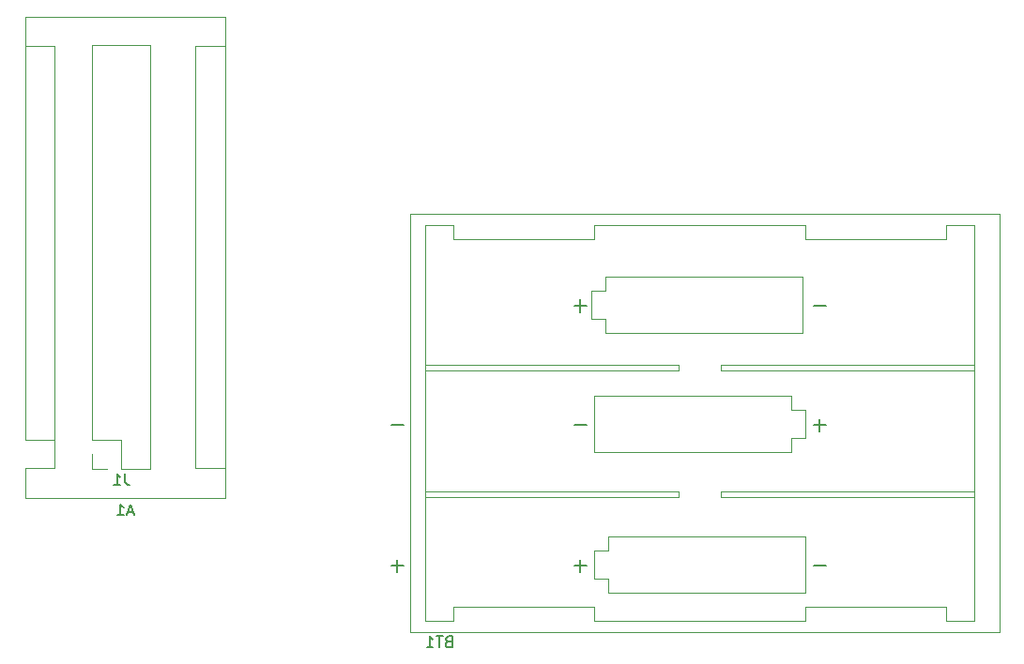
<source format=gbr>
G04 #@! TF.FileFunction,Legend,Bot*
%FSLAX46Y46*%
G04 Gerber Fmt 4.6, Leading zero omitted, Abs format (unit mm)*
G04 Created by KiCad (PCBNEW 4.0.7) date 06/04/18 21:42:21*
%MOMM*%
%LPD*%
G01*
G04 APERTURE LIST*
%ADD10C,0.100000*%
%ADD11C,0.120000*%
%ADD12C,0.150000*%
G04 APERTURE END LIST*
D10*
D11*
X63270000Y-68730000D02*
X63270000Y-71270000D01*
X63270000Y-71270000D02*
X60600000Y-71270000D01*
X60600000Y-68730000D02*
X60600000Y-30500000D01*
X60600000Y-73940000D02*
X60600000Y-71270000D01*
X75970000Y-71270000D02*
X78640000Y-71270000D01*
X75970000Y-71270000D02*
X75970000Y-33170000D01*
X75970000Y-33170000D02*
X78640000Y-33170000D01*
X63270000Y-68730000D02*
X60600000Y-68730000D01*
X63270000Y-68730000D02*
X63270000Y-33170000D01*
X63270000Y-33170000D02*
X60600000Y-33170000D01*
X60600000Y-30500000D02*
X78640000Y-30500000D01*
X78640000Y-30500000D02*
X78640000Y-73940000D01*
X78640000Y-73940000D02*
X60600000Y-73940000D01*
X148500000Y-48350000D02*
X148500000Y-86050000D01*
X95300000Y-48350000D02*
X148500000Y-48350000D01*
X95300000Y-86050000D02*
X95300000Y-48350000D01*
X148500000Y-86050000D02*
X95300000Y-86050000D01*
X123400000Y-61966000D02*
X146260000Y-61966000D01*
X123400000Y-62474000D02*
X123400000Y-61966000D01*
X146260000Y-62474000D02*
X123400000Y-62474000D01*
X119590000Y-61966000D02*
X96730000Y-61966000D01*
X119590000Y-62474000D02*
X119590000Y-61966000D01*
X96730000Y-62474000D02*
X119590000Y-62474000D01*
X130766000Y-59045000D02*
X130766000Y-57775000D01*
X112986000Y-59045000D02*
X130766000Y-59045000D01*
X112986000Y-57775000D02*
X112986000Y-59045000D01*
X111716000Y-57775000D02*
X112986000Y-57775000D01*
X111716000Y-55235000D02*
X111716000Y-57775000D01*
X112986000Y-55235000D02*
X111716000Y-55235000D01*
X112986000Y-53965000D02*
X112986000Y-55235000D01*
X130766000Y-53965000D02*
X112986000Y-53965000D01*
X130766000Y-57775000D02*
X130766000Y-53965000D01*
X130766000Y-57775000D02*
X130766000Y-53965000D01*
X130766000Y-53965000D02*
X112986000Y-53965000D01*
X112986000Y-53965000D02*
X112986000Y-55235000D01*
X112986000Y-55235000D02*
X111716000Y-55235000D01*
X111716000Y-55235000D02*
X111716000Y-57775000D01*
X111716000Y-57775000D02*
X112986000Y-57775000D01*
X112986000Y-57775000D02*
X112986000Y-59045000D01*
X112986000Y-59045000D02*
X130766000Y-59045000D01*
X130766000Y-59045000D02*
X130766000Y-57775000D01*
X131020000Y-82540000D02*
X131020000Y-81270000D01*
X113240000Y-82540000D02*
X131020000Y-82540000D01*
X113240000Y-81270000D02*
X113240000Y-82540000D01*
X111970000Y-81270000D02*
X113240000Y-81270000D01*
X111970000Y-78730000D02*
X111970000Y-81270000D01*
X113240000Y-78730000D02*
X111970000Y-78730000D01*
X113240000Y-77460000D02*
X113240000Y-78730000D01*
X131020000Y-77460000D02*
X113240000Y-77460000D01*
X131020000Y-81270000D02*
X131020000Y-77460000D01*
X96730000Y-62220000D02*
X96730000Y-49329500D01*
X146260000Y-62220000D02*
X146260000Y-49320000D01*
X111970000Y-64760000D02*
X111970000Y-69840000D01*
X111970000Y-69840000D02*
X129750000Y-69840000D01*
X129750000Y-69840000D02*
X129750000Y-68570000D01*
X129750000Y-68570000D02*
X131020000Y-68570000D01*
X131020000Y-68570000D02*
X131020000Y-66030000D01*
X131020000Y-66030000D02*
X129750000Y-66030000D01*
X129750000Y-66030000D02*
X129750000Y-64760000D01*
X129750000Y-64760000D02*
X111970000Y-64760000D01*
X131020000Y-81270000D02*
X131020000Y-77460000D01*
X131020000Y-77460000D02*
X113240000Y-77460000D01*
X113240000Y-77460000D02*
X113240000Y-78730000D01*
X113240000Y-78730000D02*
X111970000Y-78730000D01*
X111970000Y-78730000D02*
X111970000Y-81270000D01*
X111970000Y-81270000D02*
X113240000Y-81270000D01*
X113240000Y-81270000D02*
X113240000Y-82540000D01*
X113240000Y-82540000D02*
X131020000Y-82540000D01*
X131020000Y-82540000D02*
X131020000Y-81270000D01*
X96730000Y-73904000D02*
X119590000Y-73904000D01*
X119590000Y-73904000D02*
X119590000Y-73396000D01*
X119590000Y-73396000D02*
X96730000Y-73396000D01*
X146260000Y-73904000D02*
X123400000Y-73904000D01*
X123400000Y-73904000D02*
X123400000Y-73396000D01*
X123400000Y-73396000D02*
X146260000Y-73396000D01*
X111970000Y-50590000D02*
X111970000Y-49320000D01*
X111970000Y-49320000D02*
X131020000Y-49320000D01*
X131020000Y-49320000D02*
X131020000Y-50590000D01*
X143720000Y-83810000D02*
X131020000Y-83810000D01*
X131020000Y-83810000D02*
X131020000Y-85080000D01*
X131020000Y-85080000D02*
X111970000Y-85080000D01*
X111970000Y-85080000D02*
X111970000Y-83810000D01*
X143720000Y-50590000D02*
X131020000Y-50590000D01*
X99270000Y-83810000D02*
X111970000Y-83810000D01*
X99270000Y-83810000D02*
X99270000Y-85080000D01*
X99270000Y-85080000D02*
X96730000Y-85080000D01*
X96730000Y-85080000D02*
X96730000Y-62220000D01*
X96730000Y-49329500D02*
X99270000Y-49329500D01*
X99270000Y-49329500D02*
X99270000Y-50590000D01*
X99270000Y-50590000D02*
X111970000Y-50590000D01*
X146260000Y-85080000D02*
X143720000Y-85080000D01*
X143720000Y-85080000D02*
X143720000Y-83810000D01*
X146260000Y-85080000D02*
X146260000Y-62220000D01*
X146260000Y-49320000D02*
X143720000Y-49320000D01*
X143720000Y-49320000D02*
X143720000Y-50590000D01*
X66670000Y-33110000D02*
X71870000Y-33110000D01*
X66670000Y-68730000D02*
X66670000Y-33110000D01*
X71870000Y-71330000D02*
X71870000Y-33110000D01*
X66670000Y-68730000D02*
X69270000Y-68730000D01*
X69270000Y-68730000D02*
X69270000Y-71330000D01*
X69270000Y-71330000D02*
X71870000Y-71330000D01*
X66670000Y-70000000D02*
X66670000Y-71330000D01*
X66670000Y-71330000D02*
X68000000Y-71330000D01*
D12*
X70334286Y-75246667D02*
X69858095Y-75246667D01*
X70429524Y-75532381D02*
X70096191Y-74532381D01*
X69762857Y-75532381D01*
X68905714Y-75532381D02*
X69477143Y-75532381D01*
X69191429Y-75532381D02*
X69191429Y-74532381D01*
X69286667Y-74675238D01*
X69381905Y-74770476D01*
X69477143Y-74818095D01*
X98785714Y-86928571D02*
X98642857Y-86976190D01*
X98595238Y-87023810D01*
X98547619Y-87119048D01*
X98547619Y-87261905D01*
X98595238Y-87357143D01*
X98642857Y-87404762D01*
X98738095Y-87452381D01*
X99119048Y-87452381D01*
X99119048Y-86452381D01*
X98785714Y-86452381D01*
X98690476Y-86500000D01*
X98642857Y-86547619D01*
X98595238Y-86642857D01*
X98595238Y-86738095D01*
X98642857Y-86833333D01*
X98690476Y-86880952D01*
X98785714Y-86928571D01*
X99119048Y-86928571D01*
X98261905Y-86452381D02*
X97690476Y-86452381D01*
X97976191Y-87452381D02*
X97976191Y-86452381D01*
X96833333Y-87452381D02*
X97404762Y-87452381D01*
X97119048Y-87452381D02*
X97119048Y-86452381D01*
X97214286Y-86595238D01*
X97309524Y-86690476D01*
X97404762Y-86738095D01*
X111271428Y-80107143D02*
X110128571Y-80107143D01*
X110700000Y-80678571D02*
X110700000Y-79535714D01*
X132861428Y-67407143D02*
X131718571Y-67407143D01*
X132290000Y-67978571D02*
X132290000Y-66835714D01*
X111271428Y-56612143D02*
X110128571Y-56612143D01*
X110700000Y-57183571D02*
X110700000Y-56040714D01*
X111271428Y-67407143D02*
X110128571Y-67407143D01*
X132861428Y-56612143D02*
X131718571Y-56612143D01*
X132861428Y-80107143D02*
X131718571Y-80107143D01*
X94761428Y-67407143D02*
X93618571Y-67407143D01*
X94761428Y-80107143D02*
X93618571Y-80107143D01*
X94190000Y-80678571D02*
X94190000Y-79535714D01*
X69603333Y-71782381D02*
X69603333Y-72496667D01*
X69650953Y-72639524D01*
X69746191Y-72734762D01*
X69889048Y-72782381D01*
X69984286Y-72782381D01*
X68603333Y-72782381D02*
X69174762Y-72782381D01*
X68889048Y-72782381D02*
X68889048Y-71782381D01*
X68984286Y-71925238D01*
X69079524Y-72020476D01*
X69174762Y-72068095D01*
M02*

</source>
